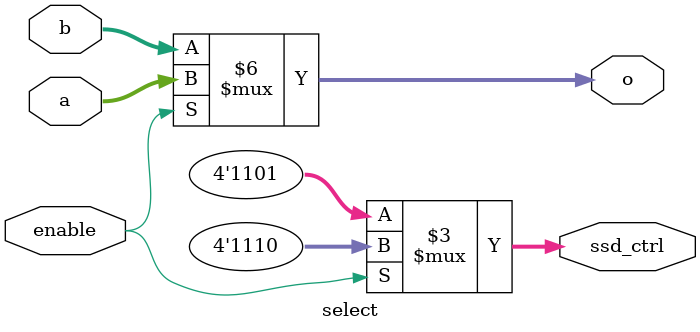
<source format=v>
`timescale 1ns / 1ps


module select(
    input [3:0] a,
    input [3:0] b,
    output [3:0] o,
    output [3:0] ssd_ctrl,
    input enable
    );

reg [3:0] o;
reg [3:0] ssd_ctrl;

always @(a or b or enable)
begin
    if(enable)
    begin
        o[3:0] <= a[3:0];
        ssd_ctrl[3:0] <= 4'b1110;
    end
    else
    begin
        o[3:0] <= b[3:0];
        ssd_ctrl[3:0] <= 4'b1101;
    end
end

endmodule

</source>
